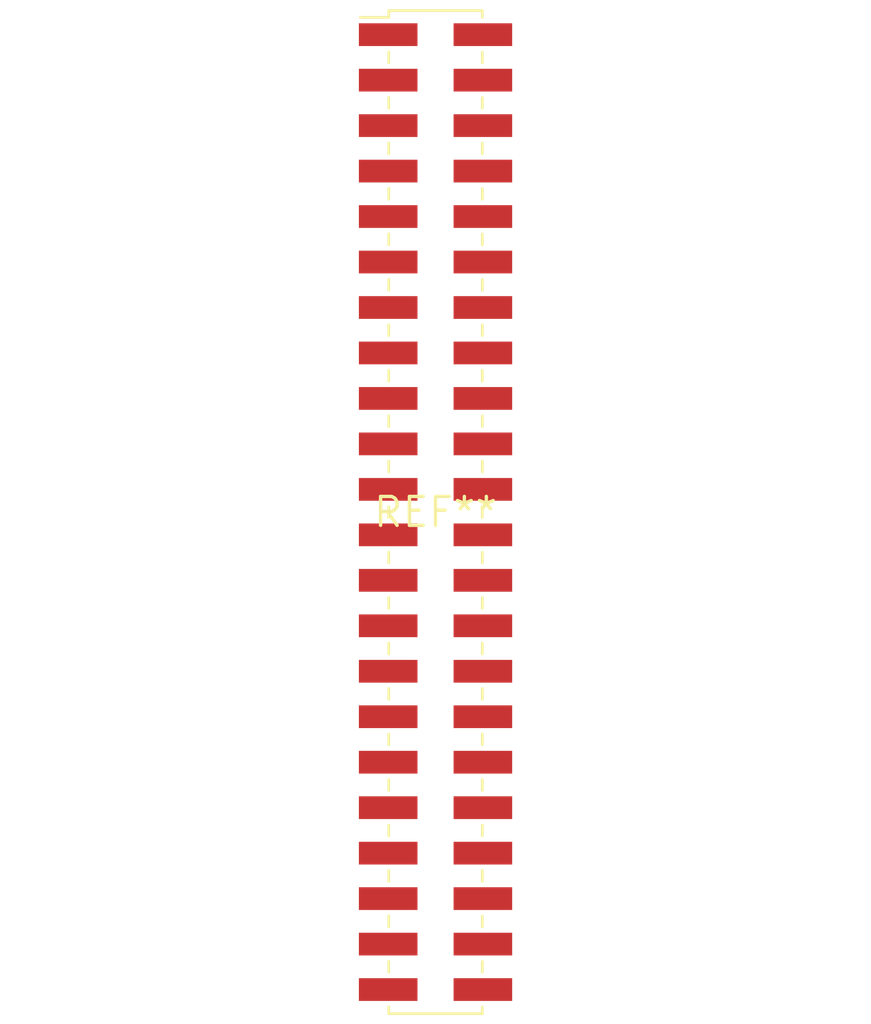
<source format=kicad_pcb>
(kicad_pcb (version 20240108) (generator pcbnew)
  (layers (0 "F.Cu" signal) (31 "B.Cu" signal) (34 "B.Paste" user) (35 "F.Paste" user) (36 "B.SilkS" user "B.Silkscreen") (37 "F.SilkS" user "F.Silkscreen") (38 "B.Mask" user) (39 "F.Mask" user) (44 "Edge.Cuts" user))
  (net 0 "")
  (footprint "PinHeader_2x22_P2.00mm_Vertical_SMD" (layer "F.Cu") (at 0 0)
    (property "Reference" "REF**")
    (property "Value" "PinHeader_2x22_P2.00mm_Vertical_SMD")
    (fp_line (start -3.315 -21.76) (end -2.06 -21.76) (layer "F.SilkS") (stroke (width 0.12)))
    (fp_line (start -2.06 -22.06) (end -2.06 -21.76) (layer "F.SilkS") (stroke (width 0.12)))
    (fp_line (start -2.06 -22.06) (end 2.06 -22.06) (layer "F.SilkS") (stroke (width 0.12)))
    (fp_line (start -2.06 -20.24) (end -2.06 -19.76) (layer "F.SilkS") (stroke (width 0.12)))
    (fp_line (start -2.06 -18.24) (end -2.06 -17.76) (layer "F.SilkS") (stroke (width 0.12)))
    (fp_line (start -2.06 -16.24) (end -2.06 -15.76) (layer "F.SilkS") (stroke (width 0.12)))
    (fp_line (start -2.06 -14.24) (end -2.06 -13.76) (layer "F.SilkS") (stroke (width 0.12)))
    (fp_line (start -2.06 -12.24) (end -2.06 -11.76) (layer "F.SilkS") (stroke (width 0.12)))
    (fp_line (start -2.06 -10.24) (end -2.06 -9.76) (layer "F.SilkS") (stroke (width 0.12)))
    (fp_line (start -2.06 -8.24) (end -2.06 -7.76) (layer "F.SilkS") (stroke (width 0.12)))
    (fp_line (start -2.06 -6.24) (end -2.06 -5.76) (layer "F.SilkS") (stroke (width 0.12)))
    (fp_line (start -2.06 -4.24) (end -2.06 -3.76) (layer "F.SilkS") (stroke (width 0.12)))
    (fp_line (start -2.06 -2.24) (end -2.06 -1.76) (layer "F.SilkS") (stroke (width 0.12)))
    (fp_line (start -2.06 -0.24) (end -2.06 0.24) (layer "F.SilkS") (stroke (width 0.12)))
    (fp_line (start -2.06 1.76) (end -2.06 2.24) (layer "F.SilkS") (stroke (width 0.12)))
    (fp_line (start -2.06 3.76) (end -2.06 4.24) (layer "F.SilkS") (stroke (width 0.12)))
    (fp_line (start -2.06 5.76) (end -2.06 6.24) (layer "F.SilkS") (stroke (width 0.12)))
    (fp_line (start -2.06 7.76) (end -2.06 8.24) (layer "F.SilkS") (stroke (width 0.12)))
    (fp_line (start -2.06 9.76) (end -2.06 10.24) (layer "F.SilkS") (stroke (width 0.12)))
    (fp_line (start -2.06 11.76) (end -2.06 12.24) (layer "F.SilkS") (stroke (width 0.12)))
    (fp_line (start -2.06 13.76) (end -2.06 14.24) (layer "F.SilkS") (stroke (width 0.12)))
    (fp_line (start -2.06 15.76) (end -2.06 16.24) (layer "F.SilkS") (stroke (width 0.12)))
    (fp_line (start -2.06 17.76) (end -2.06 18.24) (layer "F.SilkS") (stroke (width 0.12)))
    (fp_line (start -2.06 19.76) (end -2.06 20.24) (layer "F.SilkS") (stroke (width 0.12)))
    (fp_line (start -2.06 21.76) (end -2.06 22.06) (layer "F.SilkS") (stroke (width 0.12)))
    (fp_line (start -2.06 22.06) (end 2.06 22.06) (layer "F.SilkS") (stroke (width 0.12)))
    (fp_line (start 2.06 -22.06) (end 2.06 -21.76) (layer "F.SilkS") (stroke (width 0.12)))
    (fp_line (start 2.06 -20.24) (end 2.06 -19.76) (layer "F.SilkS") (stroke (width 0.12)))
    (fp_line (start 2.06 -18.24) (end 2.06 -17.76) (layer "F.SilkS") (stroke (width 0.12)))
    (fp_line (start 2.06 -16.24) (end 2.06 -15.76) (layer "F.SilkS") (stroke (width 0.12)))
    (fp_line (start 2.06 -14.24) (end 2.06 -13.76) (layer "F.SilkS") (stroke (width 0.12)))
    (fp_line (start 2.06 -12.24) (end 2.06 -11.76) (layer "F.SilkS") (stroke (width 0.12)))
    (fp_line (start 2.06 -10.24) (end 2.06 -9.76) (layer "F.SilkS") (stroke (width 0.12)))
    (fp_line (start 2.06 -8.24) (end 2.06 -7.76) (layer "F.SilkS") (stroke (width 0.12)))
    (fp_line (start 2.06 -6.24) (end 2.06 -5.76) (layer "F.SilkS") (stroke (width 0.12)))
    (fp_line (start 2.06 -4.24) (end 2.06 -3.76) (layer "F.SilkS") (stroke (width 0.12)))
    (fp_line (start 2.06 -2.24) (end 2.06 -1.76) (layer "F.SilkS") (stroke (width 0.12)))
    (fp_line (start 2.06 -0.24) (end 2.06 0.24) (layer "F.SilkS") (stroke (width 0.12)))
    (fp_line (start 2.06 1.76) (end 2.06 2.24) (layer "F.SilkS") (stroke (width 0.12)))
    (fp_line (start 2.06 3.76) (end 2.06 4.24) (layer "F.SilkS") (stroke (width 0.12)))
    (fp_line (start 2.06 5.76) (end 2.06 6.24) (layer "F.SilkS") (stroke (width 0.12)))
    (fp_line (start 2.06 7.76) (end 2.06 8.24) (layer "F.SilkS") (stroke (width 0.12)))
    (fp_line (start 2.06 9.76) (end 2.06 10.24) (layer "F.SilkS") (stroke (width 0.12)))
    (fp_line (start 2.06 11.76) (end 2.06 12.24) (layer "F.SilkS") (stroke (width 0.12)))
    (fp_line (start 2.06 13.76) (end 2.06 14.24) (layer "F.SilkS") (stroke (width 0.12)))
    (fp_line (start 2.06 15.76) (end 2.06 16.24) (layer "F.SilkS") (stroke (width 0.12)))
    (fp_line (start 2.06 17.76) (end 2.06 18.24) (layer "F.SilkS") (stroke (width 0.12)))
    (fp_line (start 2.06 19.76) (end 2.06 20.24) (layer "F.SilkS") (stroke (width 0.12)))
    (fp_line (start 2.06 21.76) (end 2.06 22.06) (layer "F.SilkS") (stroke (width 0.12)))
    (pad "1" smd rect (at -2.085 -21) (size 2.58 1) (layers "F.Cu" "F.Paste" "F.Mask"))
    (pad "2" smd rect (at 2.085 -21) (size 2.58 1) (layers "F.Cu" "F.Paste" "F.Mask"))
    (pad "3" smd rect (at -2.085 -19) (size 2.58 1) (layers "F.Cu" "F.Paste" "F.Mask"))
    (pad "4" smd rect (at 2.085 -19) (size 2.58 1) (layers "F.Cu" "F.Paste" "F.Mask"))
    (pad "5" smd rect (at -2.085 -17) (size 2.58 1) (layers "F.Cu" "F.Paste" "F.Mask"))
    (pad "6" smd rect (at 2.085 -17) (size 2.58 1) (layers "F.Cu" "F.Paste" "F.Mask"))
    (pad "7" smd rect (at -2.085 -15) (size 2.58 1) (layers "F.Cu" "F.Paste" "F.Mask"))
    (pad "8" smd rect (at 2.085 -15) (size 2.58 1) (layers "F.Cu" "F.Paste" "F.Mask"))
    (pad "9" smd rect (at -2.085 -13) (size 2.58 1) (layers "F.Cu" "F.Paste" "F.Mask"))
    (pad "10" smd rect (at 2.085 -13) (size 2.58 1) (layers "F.Cu" "F.Paste" "F.Mask"))
    (pad "11" smd rect (at -2.085 -11) (size 2.58 1) (layers "F.Cu" "F.Paste" "F.Mask"))
    (pad "12" smd rect (at 2.085 -11) (size 2.58 1) (layers "F.Cu" "F.Paste" "F.Mask"))
    (pad "13" smd rect (at -2.085 -9) (size 2.58 1) (layers "F.Cu" "F.Paste" "F.Mask"))
    (pad "14" smd rect (at 2.085 -9) (size 2.58 1) (layers "F.Cu" "F.Paste" "F.Mask"))
    (pad "15" smd rect (at -2.085 -7) (size 2.58 1) (layers "F.Cu" "F.Paste" "F.Mask"))
    (pad "16" smd rect (at 2.085 -7) (size 2.58 1) (layers "F.Cu" "F.Paste" "F.Mask"))
    (pad "17" smd rect (at -2.085 -5) (size 2.58 1) (layers "F.Cu" "F.Paste" "F.Mask"))
    (pad "18" smd rect (at 2.085 -5) (size 2.58 1) (layers "F.Cu" "F.Paste" "F.Mask"))
    (pad "19" smd rect (at -2.085 -3) (size 2.58 1) (layers "F.Cu" "F.Paste" "F.Mask"))
    (pad "20" smd rect (at 2.085 -3) (size 2.58 1) (layers "F.Cu" "F.Paste" "F.Mask"))
    (pad "21" smd rect (at -2.085 -1) (size 2.58 1) (layers "F.Cu" "F.Paste" "F.Mask"))
    (pad "22" smd rect (at 2.085 -1) (size 2.58 1) (layers "F.Cu" "F.Paste" "F.Mask"))
    (pad "23" smd rect (at -2.085 1) (size 2.58 1) (layers "F.Cu" "F.Paste" "F.Mask"))
    (pad "24" smd rect (at 2.085 1) (size 2.58 1) (layers "F.Cu" "F.Paste" "F.Mask"))
    (pad "25" smd rect (at -2.085 3) (size 2.58 1) (layers "F.Cu" "F.Paste" "F.Mask"))
    (pad "26" smd rect (at 2.085 3) (size 2.58 1) (layers "F.Cu" "F.Paste" "F.Mask"))
    (pad "27" smd rect (at -2.085 5) (size 2.58 1) (layers "F.Cu" "F.Paste" "F.Mask"))
    (pad "28" smd rect (at 2.085 5) (size 2.58 1) (layers "F.Cu" "F.Paste" "F.Mask"))
    (pad "29" smd rect (at -2.085 7) (size 2.58 1) (layers "F.Cu" "F.Paste" "F.Mask"))
    (pad "30" smd rect (at 2.085 7) (size 2.58 1) (layers "F.Cu" "F.Paste" "F.Mask"))
    (pad "31" smd rect (at -2.085 9) (size 2.58 1) (layers "F.Cu" "F.Paste" "F.Mask"))
    (pad "32" smd rect (at 2.085 9) (size 2.58 1) (layers "F.Cu" "F.Paste" "F.Mask"))
    (pad "33" smd rect (at -2.085 11) (size 2.58 1) (layers "F.Cu" "F.Paste" "F.Mask"))
    (pad "34" smd rect (at 2.085 11) (size 2.58 1) (layers "F.Cu" "F.Paste" "F.Mask"))
    (pad "35" smd rect (at -2.085 13) (size 2.58 1) (layers "F.Cu" "F.Paste" "F.Mask"))
    (pad "36" smd rect (at 2.085 13) (size 2.58 1) (layers "F.Cu" "F.Paste" "F.Mask"))
    (pad "37" smd rect (at -2.085 15) (size 2.58 1) (layers "F.Cu" "F.Paste" "F.Mask"))
    (pad "38" smd rect (at 2.085 15) (size 2.58 1) (layers "F.Cu" "F.Paste" "F.Mask"))
    (pad "39" smd rect (at -2.085 17) (size 2.58 1) (layers "F.Cu" "F.Paste" "F.Mask"))
    (pad "40" smd rect (at 2.085 17) (size 2.58 1) (layers "F.Cu" "F.Paste" "F.Mask"))
    (pad "41" smd rect (at -2.085 19) (size 2.58 1) (layers "F.Cu" "F.Paste" "F.Mask"))
    (pad "42" smd rect (at 2.085 19) (size 2.58 1) (layers "F.Cu" "F.Paste" "F.Mask"))
    (pad "43" smd rect (at -2.085 21) (size 2.58 1) (layers "F.Cu" "F.Paste" "F.Mask"))
    (pad "44" smd rect (at 2.085 21) (size 2.58 1) (layers "F.Cu" "F.Paste" "F.Mask"))
  )
)
</source>
